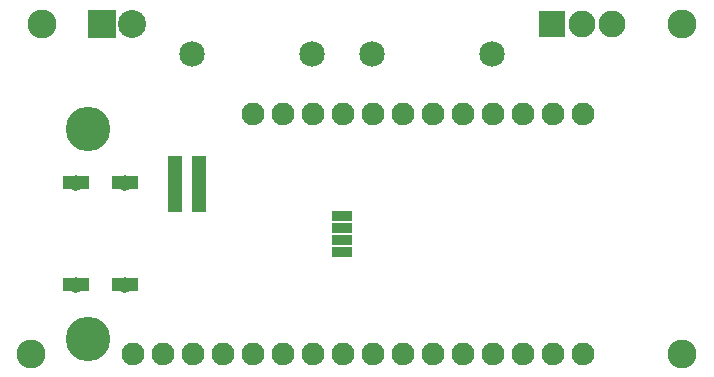
<source format=gbs>
G04 MADE WITH FRITZING*
G04 WWW.FRITZING.ORG*
G04 DOUBLE SIDED*
G04 HOLES PLATED*
G04 CONTOUR ON CENTER OF CONTOUR VECTOR*
%ASAXBY*%
%FSLAX23Y23*%
%MOIN*%
%OFA0B0*%
%SFA1.0B1.0*%
%ADD10C,0.085000*%
%ADD11C,0.093307*%
%ADD12C,0.089370*%
%ADD13C,0.053622*%
%ADD14C,0.076000*%
%ADD15C,0.148425*%
%ADD16C,0.096614*%
%ADD17R,0.093307X0.093307*%
%ADD18R,0.089370X0.089370*%
%ADD19R,0.071024X0.033622*%
%ADD20R,0.049370X0.191101*%
%ADD21R,0.001000X0.001000*%
%LNMASK0*%
G90*
G70*
G54D10*
X632Y1112D03*
X1032Y1112D03*
X1232Y1112D03*
X1632Y1112D03*
G54D11*
X332Y1212D03*
X432Y1212D03*
G54D12*
X1832Y1212D03*
X1932Y1212D03*
X2032Y1212D03*
G54D13*
X409Y342D03*
G54D14*
X1937Y112D03*
X1837Y112D03*
X1737Y112D03*
X1637Y112D03*
X1537Y112D03*
X1437Y112D03*
X1337Y112D03*
X1237Y112D03*
X1137Y112D03*
X1037Y112D03*
X937Y112D03*
X837Y112D03*
X737Y112D03*
X637Y112D03*
X537Y112D03*
G54D13*
X245Y342D03*
G54D14*
X437Y112D03*
X837Y912D03*
X937Y912D03*
X1037Y912D03*
X1137Y912D03*
X1237Y912D03*
X1337Y912D03*
X1437Y912D03*
X1537Y912D03*
X1637Y912D03*
X1737Y912D03*
X1837Y912D03*
X1937Y912D03*
G54D15*
X287Y862D03*
X287Y162D03*
G54D13*
X409Y683D03*
X245Y683D03*
G54D16*
X132Y1212D03*
X98Y113D03*
X2268Y113D03*
X2268Y1213D03*
G54D17*
X332Y1212D03*
G54D18*
X1832Y1212D03*
G54D19*
X1134Y453D03*
X1134Y493D03*
X1134Y532D03*
G54D20*
X657Y679D03*
G54D19*
X1134Y572D03*
G54D20*
X578Y679D03*
G54D21*
X202Y704D02*
X288Y704D01*
X367Y704D02*
X453Y704D01*
X202Y703D02*
X288Y703D01*
X367Y703D02*
X453Y703D01*
X202Y702D02*
X288Y702D01*
X367Y702D02*
X453Y702D01*
X202Y701D02*
X288Y701D01*
X367Y701D02*
X453Y701D01*
X202Y700D02*
X288Y700D01*
X367Y700D02*
X453Y700D01*
X202Y699D02*
X288Y699D01*
X367Y699D02*
X453Y699D01*
X202Y698D02*
X288Y698D01*
X367Y698D02*
X453Y698D01*
X202Y697D02*
X288Y697D01*
X367Y697D02*
X453Y697D01*
X202Y696D02*
X288Y696D01*
X367Y696D02*
X453Y696D01*
X202Y695D02*
X288Y695D01*
X367Y695D02*
X453Y695D01*
X202Y694D02*
X241Y694D01*
X249Y694D02*
X288Y694D01*
X367Y694D02*
X406Y694D01*
X414Y694D02*
X453Y694D01*
X202Y693D02*
X239Y693D01*
X252Y693D02*
X288Y693D01*
X367Y693D02*
X403Y693D01*
X416Y693D02*
X453Y693D01*
X202Y692D02*
X237Y692D01*
X253Y692D02*
X288Y692D01*
X367Y692D02*
X402Y692D01*
X418Y692D02*
X453Y692D01*
X202Y691D02*
X236Y691D01*
X254Y691D02*
X288Y691D01*
X367Y691D02*
X401Y691D01*
X419Y691D02*
X453Y691D01*
X202Y690D02*
X235Y690D01*
X255Y690D02*
X288Y690D01*
X367Y690D02*
X400Y690D01*
X420Y690D02*
X453Y690D01*
X202Y689D02*
X235Y689D01*
X256Y689D02*
X288Y689D01*
X367Y689D02*
X399Y689D01*
X420Y689D02*
X453Y689D01*
X202Y688D02*
X234Y688D01*
X256Y688D02*
X288Y688D01*
X367Y688D02*
X399Y688D01*
X421Y688D02*
X453Y688D01*
X202Y687D02*
X234Y687D01*
X257Y687D02*
X288Y687D01*
X367Y687D02*
X398Y687D01*
X421Y687D02*
X453Y687D01*
X202Y686D02*
X233Y686D01*
X257Y686D02*
X288Y686D01*
X367Y686D02*
X398Y686D01*
X422Y686D02*
X453Y686D01*
X202Y685D02*
X233Y685D01*
X257Y685D02*
X288Y685D01*
X367Y685D02*
X398Y685D01*
X422Y685D02*
X453Y685D01*
X202Y684D02*
X233Y684D01*
X257Y684D02*
X288Y684D01*
X367Y684D02*
X398Y684D01*
X422Y684D02*
X453Y684D01*
X202Y683D02*
X233Y683D01*
X258Y683D02*
X288Y683D01*
X367Y683D02*
X398Y683D01*
X422Y683D02*
X453Y683D01*
X202Y682D02*
X233Y682D01*
X257Y682D02*
X288Y682D01*
X367Y682D02*
X398Y682D01*
X422Y682D02*
X453Y682D01*
X202Y681D02*
X233Y681D01*
X257Y681D02*
X288Y681D01*
X367Y681D02*
X398Y681D01*
X422Y681D02*
X453Y681D01*
X202Y680D02*
X233Y680D01*
X257Y680D02*
X288Y680D01*
X367Y680D02*
X398Y680D01*
X422Y680D02*
X453Y680D01*
X202Y679D02*
X233Y679D01*
X257Y679D02*
X288Y679D01*
X367Y679D02*
X398Y679D01*
X422Y679D02*
X453Y679D01*
X202Y678D02*
X234Y678D01*
X257Y678D02*
X288Y678D01*
X367Y678D02*
X398Y678D01*
X421Y678D02*
X453Y678D01*
X202Y677D02*
X234Y677D01*
X256Y677D02*
X288Y677D01*
X367Y677D02*
X399Y677D01*
X421Y677D02*
X453Y677D01*
X202Y676D02*
X235Y676D01*
X256Y676D02*
X288Y676D01*
X367Y676D02*
X400Y676D01*
X420Y676D02*
X453Y676D01*
X202Y675D02*
X236Y675D01*
X255Y675D02*
X288Y675D01*
X367Y675D02*
X400Y675D01*
X419Y675D02*
X453Y675D01*
X202Y674D02*
X237Y674D01*
X254Y674D02*
X288Y674D01*
X367Y674D02*
X401Y674D01*
X418Y674D02*
X453Y674D01*
X202Y673D02*
X238Y673D01*
X252Y673D02*
X288Y673D01*
X367Y673D02*
X403Y673D01*
X417Y673D02*
X453Y673D01*
X202Y672D02*
X240Y672D01*
X251Y672D02*
X288Y672D01*
X367Y672D02*
X405Y672D01*
X415Y672D02*
X453Y672D01*
X202Y671D02*
X288Y671D01*
X367Y671D02*
X453Y671D01*
X202Y670D02*
X288Y670D01*
X367Y670D02*
X453Y670D01*
X202Y669D02*
X288Y669D01*
X367Y669D02*
X453Y669D01*
X202Y668D02*
X288Y668D01*
X367Y668D02*
X453Y668D01*
X202Y667D02*
X288Y667D01*
X367Y667D02*
X453Y667D01*
X202Y666D02*
X288Y666D01*
X367Y666D02*
X453Y666D01*
X202Y665D02*
X288Y665D01*
X367Y665D02*
X453Y665D01*
X202Y664D02*
X288Y664D01*
X367Y664D02*
X453Y664D01*
X202Y663D02*
X288Y663D01*
X367Y663D02*
X453Y663D01*
X202Y662D02*
X288Y662D01*
X367Y662D02*
X453Y662D01*
X203Y661D02*
X288Y661D01*
X367Y661D02*
X453Y661D01*
X202Y364D02*
X288Y364D01*
X367Y364D02*
X453Y364D01*
X202Y363D02*
X288Y363D01*
X367Y363D02*
X453Y363D01*
X202Y362D02*
X288Y362D01*
X367Y362D02*
X453Y362D01*
X202Y361D02*
X288Y361D01*
X367Y361D02*
X453Y361D01*
X202Y360D02*
X288Y360D01*
X367Y360D02*
X453Y360D01*
X202Y359D02*
X288Y359D01*
X367Y359D02*
X453Y359D01*
X202Y358D02*
X288Y358D01*
X367Y358D02*
X453Y358D01*
X202Y357D02*
X288Y357D01*
X367Y357D02*
X453Y357D01*
X202Y356D02*
X288Y356D01*
X367Y356D02*
X453Y356D01*
X202Y355D02*
X288Y355D01*
X367Y355D02*
X453Y355D01*
X202Y354D02*
X241Y354D01*
X249Y354D02*
X288Y354D01*
X367Y354D02*
X406Y354D01*
X414Y354D02*
X453Y354D01*
X202Y353D02*
X239Y353D01*
X252Y353D02*
X288Y353D01*
X367Y353D02*
X403Y353D01*
X416Y353D02*
X453Y353D01*
X202Y352D02*
X237Y352D01*
X253Y352D02*
X288Y352D01*
X367Y352D02*
X402Y352D01*
X418Y352D02*
X453Y352D01*
X202Y351D02*
X236Y351D01*
X254Y351D02*
X288Y351D01*
X367Y351D02*
X401Y351D01*
X419Y351D02*
X453Y351D01*
X202Y350D02*
X235Y350D01*
X255Y350D02*
X288Y350D01*
X367Y350D02*
X400Y350D01*
X420Y350D02*
X453Y350D01*
X202Y349D02*
X235Y349D01*
X256Y349D02*
X288Y349D01*
X367Y349D02*
X399Y349D01*
X420Y349D02*
X453Y349D01*
X202Y348D02*
X234Y348D01*
X256Y348D02*
X288Y348D01*
X367Y348D02*
X399Y348D01*
X421Y348D02*
X453Y348D01*
X202Y347D02*
X234Y347D01*
X257Y347D02*
X288Y347D01*
X367Y347D02*
X398Y347D01*
X421Y347D02*
X453Y347D01*
X202Y346D02*
X233Y346D01*
X257Y346D02*
X288Y346D01*
X367Y346D02*
X398Y346D01*
X422Y346D02*
X453Y346D01*
X202Y345D02*
X233Y345D01*
X257Y345D02*
X288Y345D01*
X367Y345D02*
X398Y345D01*
X422Y345D02*
X453Y345D01*
X202Y344D02*
X233Y344D01*
X257Y344D02*
X288Y344D01*
X367Y344D02*
X398Y344D01*
X422Y344D02*
X453Y344D01*
X202Y343D02*
X233Y343D01*
X258Y343D02*
X288Y343D01*
X367Y343D02*
X398Y343D01*
X422Y343D02*
X453Y343D01*
X202Y342D02*
X233Y342D01*
X257Y342D02*
X288Y342D01*
X367Y342D02*
X398Y342D01*
X422Y342D02*
X453Y342D01*
X202Y341D02*
X233Y341D01*
X257Y341D02*
X288Y341D01*
X367Y341D02*
X398Y341D01*
X422Y341D02*
X453Y341D01*
X202Y340D02*
X233Y340D01*
X257Y340D02*
X288Y340D01*
X367Y340D02*
X398Y340D01*
X422Y340D02*
X453Y340D01*
X202Y339D02*
X233Y339D01*
X257Y339D02*
X288Y339D01*
X367Y339D02*
X398Y339D01*
X422Y339D02*
X453Y339D01*
X202Y338D02*
X234Y338D01*
X257Y338D02*
X288Y338D01*
X367Y338D02*
X398Y338D01*
X421Y338D02*
X453Y338D01*
X202Y337D02*
X234Y337D01*
X256Y337D02*
X288Y337D01*
X367Y337D02*
X399Y337D01*
X421Y337D02*
X453Y337D01*
X202Y336D02*
X235Y336D01*
X256Y336D02*
X288Y336D01*
X367Y336D02*
X400Y336D01*
X420Y336D02*
X453Y336D01*
X202Y335D02*
X236Y335D01*
X255Y335D02*
X288Y335D01*
X367Y335D02*
X400Y335D01*
X419Y335D02*
X453Y335D01*
X202Y334D02*
X237Y334D01*
X254Y334D02*
X288Y334D01*
X367Y334D02*
X401Y334D01*
X418Y334D02*
X453Y334D01*
X202Y333D02*
X238Y333D01*
X252Y333D02*
X288Y333D01*
X367Y333D02*
X403Y333D01*
X417Y333D02*
X453Y333D01*
X202Y332D02*
X240Y332D01*
X251Y332D02*
X288Y332D01*
X367Y332D02*
X405Y332D01*
X415Y332D02*
X453Y332D01*
X202Y331D02*
X288Y331D01*
X367Y331D02*
X453Y331D01*
X202Y330D02*
X288Y330D01*
X367Y330D02*
X453Y330D01*
X202Y329D02*
X288Y329D01*
X367Y329D02*
X453Y329D01*
X202Y328D02*
X288Y328D01*
X367Y328D02*
X453Y328D01*
X202Y327D02*
X288Y327D01*
X367Y327D02*
X453Y327D01*
X202Y326D02*
X288Y326D01*
X367Y326D02*
X453Y326D01*
X202Y325D02*
X288Y325D01*
X367Y325D02*
X453Y325D01*
X202Y324D02*
X288Y324D01*
X367Y324D02*
X453Y324D01*
X202Y323D02*
X288Y323D01*
X367Y323D02*
X453Y323D01*
X202Y322D02*
X288Y322D01*
X367Y322D02*
X453Y322D01*
X202Y321D02*
X288Y321D01*
X367Y321D02*
X453Y321D01*
D02*
G04 End of Mask0*
M02*
</source>
